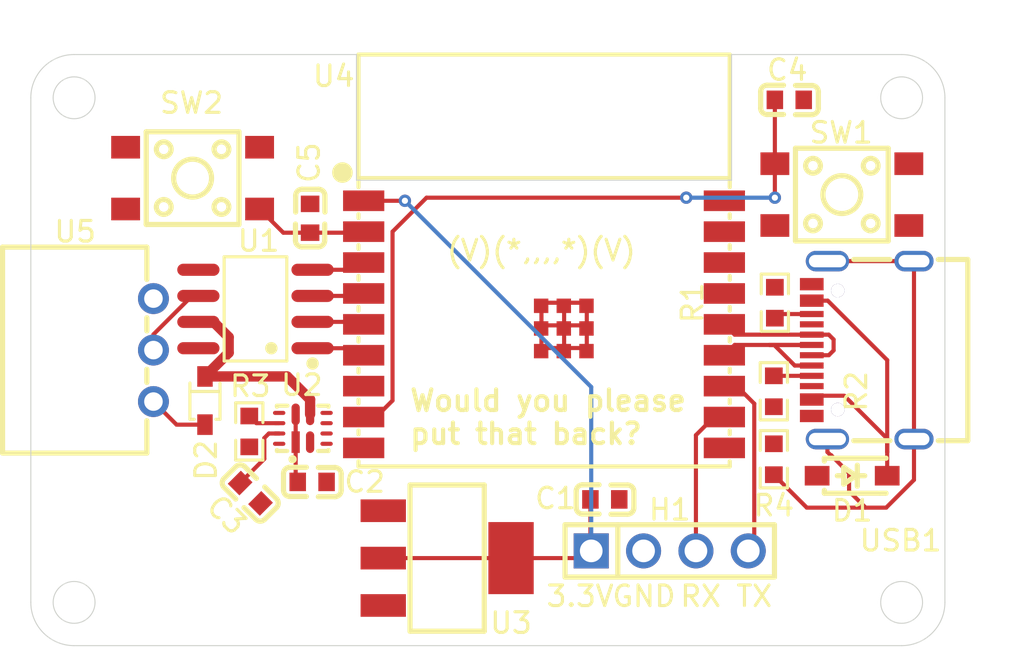
<source format=kicad_pcb>
(kicad_pcb (version 20240108) (generator "pcbnew") (generator_version "8.0")
  (layers (0 "F.Cu" signal) (31 "B.Cu" signal) (34 "B.Paste" user) (35 "F.Paste" user) (36 "B.SilkS" user "B.Silkscreen") (37 "F.SilkS" user "F.Silkscreen") (38 "B.Mask" user) (39 "F.Mask" user) (44 "Edge.Cuts" user))
  (net 0 "")
  (net 1 "+3.3V")
  (net 2 "GND")
  (net 3 "VCC")
  (net 4 "Net-(U2-SS)")
  (net 5 "BOOT")
  (net 6 "ENABLE")
  (net 7 "+5V")
  (net 8 "+5VD")
  (net 9 "U0RXD")
  (net 10 "U0TXD")
  (net 11 "Net-(USB1-CC2)")
  (net 12 "Net-(USB1-CC1)")
  (net 13 "Net-(U2-ILM)")
  (net 14 "GNDD")
  (net 19 "RX_L")
  (net 20 "LIN")
  (net 21 "SLEEP")
  (net 22 "TX_L")
  (net 23 "WAKE")
  (net 24 "+12V")
  (net 28 "USBD-")
  (net 31 "USBD+")
  (net 39 "Net-(D2-A)")
  (footprint "easyeda2kicad:VQFN-HR-12_L2.5-W2.0-P0.50-BL" (layer "F.Cu") (at 208.55 108.8)
    (property "Reference" "U2" (at -0.05 -2.1 0) (layer "F.SilkS"))
    (property "Value" "TPS2121RUXR")
    (fp_line (start -1.26 -1.1) (end -0.75 -1.1) (stroke (width 0.2)) (layer "F.SilkS"))
    (fp_line (start -1.26 -1.05) (end -1.26 -1.1) (stroke (width 0.2)) (layer "F.SilkS"))
    (fp_line (start -1.26 1.1) (end -1.26 1.05) (stroke (width 0.2)) (layer "F.SilkS"))
    (fp_line (start -1.26 1.1) (end -0.76 1.1) (stroke (width 0.2)) (layer "F.SilkS"))
    (fp_line (start 0.74 -1.1) (end 1.24 -1.1) (stroke (width 0.2)) (layer "F.SilkS"))
    (fp_line (start 0.74 1.1) (end 1.24 1.1) (stroke (width 0.2)) (layer "F.SilkS"))
    (fp_line (start 1.24 -1.05) (end 1.24 -1.1) (stroke (width 0.2)) (layer "F.SilkS"))
    (fp_line (start 1.24 1.1) (end 1.24 1.05) (stroke (width 0.2)) (layer "F.SilkS"))
    (fp_circle (center -0.5 1.5) (end -0.4 1.5) (stroke (width 0.2)) (fill none) (layer "F.SilkS"))
    (pad "1" smd rect (at -0.35 0.67 270) (size 1.05 0.4) (layers "F.Cu" "F.Paste" "F.Mask") (net 3 "VCC"))
    (pad "2" smd oval (at 0.35 0.67 270) (size 1.05 0.4) (layers "F.Cu" "F.Paste" "F.Mask") (net 7 "+5V"))
    (pad "3" smd oval (at 1.15 0.75) (size 0.6 0.2) (layers "F.Cu" "F.Paste" "F.Mask") (net 2 "GND"))
    (pad "4" smd oval (at 1.15 0.25) (size 0.6 0.2) (layers "F.Cu" "F.Paste" "F.Mask"))
    (pad "5" smd oval (at 1.15 -0.25) (size 0.6 0.2) (layers "F.Cu" "F.Paste" "F.Mask"))
    (pad "6" smd oval (at 1.15 -0.75) (size 0.6 0.2) (layers "F.Cu" "F.Paste" "F.Mask"))
    (pad "7" smd oval (at 0.35 -0.68 270) (size 1.05 0.4) (layers "F.Cu" "F.Paste" "F.Mask") (net 24 "+12V"))
    (pad "8" smd oval (at -0.35 -0.68 270) (size 1.05 0.4) (layers "F.Cu" "F.Paste" "F.Mask") (net 3 "VCC"))
    (pad "9" smd oval (at -1.15 -0.75) (size 0.6 0.2) (layers "F.Cu" "F.Paste" "F.Mask") (net 2 "GND"))
    (pad "10" smd oval (at -1.15 -0.25) (size 0.6 0.2) (layers "F.Cu" "F.Paste" "F.Mask") (net 13 "Net-(U2-ILM)"))
    (pad "11" smd oval (at -1.15 0.25) (size 0.6 0.2) (layers "F.Cu" "F.Paste" "F.Mask") (net 4 "Net-(U2-SS)"))
    (pad "12" smd oval (at -1.15 0.75) (size 0.6 0.2) (layers "F.Cu" "F.Paste" "F.Mask") (net 2 "GND"))
  )
  (footprint "easyeda2kicad:SOT-223_L6.7-W3.5-P2.30-BR" (layer "F.Cu") (at 215.55 115.1 180)
    (property "Reference" "U3" (at -3.1 -3.15 0) (layer "F.SilkS"))
    (property "Value" "LD1117-3.3")
    (fp_line (start 1.8 3.55) (end 1.8 -3.55) (stroke (width 0.25)) (layer "F.SilkS"))
    (fp_line (start -1.8 3.55) (end 1.8 3.55) (stroke (width 0.25)) (layer "F.SilkS"))
    (fp_line (start -1.8 3.55) (end -1.8 -3.55) (stroke (width 0.25)) (layer "F.SilkS"))
    (fp_line (start -1.8 -3.55) (end 1.8 -3.55) (stroke (width 0.25)) (layer "F.SilkS"))
    (pad "1" smd rect (at 3.1 2.3 270) (size 1.1 2.2) (layers "F.Cu" "F.Paste" "F.Mask") (net 2 "GND"))
    (pad "2" smd rect (at 3.1 0 270) (size 1.1 2.2) (layers "F.Cu" "F.Paste" "F.Mask") (net 1 "+3.3V"))
    (pad "3" smd rect (at 3.1 -2.3 270) (size 1.1 2.2) (layers "F.Cu" "F.Paste" "F.Mask") (net 3 "VCC"))
    (pad "4" smd rect (at -3.1 0 180) (size 2.2 3.5) (layers "F.Cu" "F.Paste" "F.Mask") (net 1 "+3.3V"))
  )
  (footprint "easyeda2kicad:R0603" (layer "F.Cu") (at 231.4 107 -90)
    (property "Reference" "R2" (at 0 -4 90) (layer "F.SilkS"))
    (property "Value" "0603WAF5101T5E")
    (fp_line (start -1.39 0.66) (end -1.39 -0.66) (stroke (width 0.15)) (layer "F.SilkS"))
    (fp_line (start -0.43 0.66) (end -1.39 0.66) (stroke (width 0.15)) (layer "F.SilkS"))
    (fp_line (start 0.43 0.66) (end 1.39 0.66) (stroke (width 0.15)) (layer "F.SilkS"))
    (fp_line (start 1.39 0.66) (end 1.39 -0.66) (stroke (width 0.15)) (layer "F.SilkS"))
    (fp_line (start -1.39 -0.66) (end -0.43 -0.66) (stroke (width 0.15)) (layer "F.SilkS"))
    (fp_line (start 1.39 -0.66) (end 0.43 -0.66) (stroke (width 0.15)) (layer "F.SilkS"))
    (pad "1" smd rect (at -0.75 0 270) (size 0.81 0.86) (layers "F.Cu" "F.Paste" "F.Mask") (net 12 "Net-(USB1-CC1)"))
    (pad "2" smd rect (at 0.75 0 270) (size 0.81 0.86) (layers "F.Cu" "F.Paste" "F.Mask") (net 2 "GND"))
  )
  (footprint "easyeda2kicad:R0603" (layer "F.Cu") (at 205.95 108.95 -90)
    (property "Reference" "R3" (at -2.2 -0.05 0) (layer "F.SilkS"))
    (property "Value" "0603WAF5112T5E")
    (fp_line (start -1.39 0.66) (end -1.39 -0.66) (stroke (width 0.15)) (layer "F.SilkS"))
    (fp_line (start -0.43 0.66) (end -1.39 0.66) (stroke (width 0.15)) (layer "F.SilkS"))
    (fp_line (start 0.43 0.66) (end 1.39 0.66) (stroke (width 0.15)) (layer "F.SilkS"))
    (fp_line (start 1.39 0.66) (end 1.39 -0.66) (stroke (width 0.15)) (layer "F.SilkS"))
    (fp_line (start -1.39 -0.66) (end -0.43 -0.66) (stroke (width 0.15)) (layer "F.SilkS"))
    (fp_line (start 1.39 -0.66) (end 0.43 -0.66) (stroke (width 0.15)) (layer "F.SilkS"))
    (pad "1" smd rect (at -0.75 0 270) (size 0.81 0.86) (layers "F.Cu" "F.Paste" "F.Mask") (net 13 "Net-(U2-ILM)"))
    (pad "2" smd rect (at 0.75 0 270) (size 0.81 0.86) (layers "F.Cu" "F.Paste" "F.Mask") (net 2 "GND"))
  )
  (footprint "easyeda2kicad:SOD-123_L2.7-W1.6-LS3.7-RD-1" (layer "F.Cu") (at 235.2 111.1 180)
    (property "Reference" "D1" (at 0 -1.7 0) (layer "F.SilkS"))
    (property "Value" "1N5819HW_C5439970")
    (fp_line (start 1.35 0.85) (end -1.35 0.85) (stroke (width 0.25)) (layer "F.SilkS"))
    (fp_line (start 1.35 0.71) (end 1.35 0.85) (stroke (width 0.25)) (layer "F.SilkS"))
    (fp_line (start 1.35 -0.85) (end 1.35 -0.71) (stroke (width 0.25)) (layer "F.SilkS"))
    (fp_line (start 0.41 0.41) (end -0.18 0) (stroke (width 0.25)) (layer "F.SilkS"))
    (fp_line (start 0.41 0) (end 0.72 0) (stroke (width 0.25)) (layer "F.SilkS"))
    (fp_line (start 0.41 -0.41) (end 0.41 0.41) (stroke (width 0.25)) (layer "F.SilkS"))
    (fp_line (start -0.18 0) (end 0.41 -0.41) (stroke (width 0.25)) (layer "F.SilkS"))
    (fp_line (start -0.25 -0.51) (end -0.25 0.51) (stroke (width 0.25)) (layer "F.SilkS"))
    (fp_line (start -0.28 0) (end -0.61 0) (stroke (width 0.25)) (layer "F.SilkS"))
    (fp_line (start -1.35 0.85) (end -1.64 0.85) (stroke (width 0.25)) (layer "F.SilkS"))
    (fp_line (start -1.35 -0.85) (end 1.35 -0.85) (stroke (width 0.25)) (layer "F.SilkS"))
    (fp_line (start -1.35 -0.85) (end -1.64 -0.85) (stroke (width 0.25)) (layer "F.SilkS"))
    (fp_line (start -1.64 0.85) (end -1.64 0.85) (stroke (width 0.25)) (layer "F.SilkS"))
    (fp_line (start -1.64 -0.85) (end -1.64 -0.85) (stroke (width 0.25)) (layer "F.SilkS"))
    (pad "1" smd rect (at -1.7 0 180) (size 1.2 0.95) (layers "F.Cu" "F.Paste" "F.Mask") (net 8 "+5VD"))
    (pad "2" smd rect (at 1.7 0 180) (size 1.2 0.95) (layers "F.Cu" "F.Paste" "F.Mask") (net 7 "+5V"))
  )
  (footprint "easyeda2kicad:SW-SMD_4P-L4.5-W4.5-P3.00-LS6.8" (layer "F.Cu") (at 234.7 97.45 180)
    (property "Reference" "SW1" (at 0.035355 3.005204 0) (layer "F.SilkS"))
    (property "Value" "TSC015A03526A")
    (fp_line (start 2.25 2.25) (end -2.25 2.25) (stroke (width 0.25)) (layer "F.SilkS"))
    (fp_line (start 2.25 -2.25) (end 2.25 2.25) (stroke (width 0.25)) (layer "F.SilkS"))
    (fp_line (start -2.25 2.25) (end -2.25 -2.25) (stroke (width 0.25)) (layer "F.SilkS"))
    (fp_line (start -2.25 -2.25) (end 2.25 -2.25) (stroke (width 0.25)) (layer "F.SilkS"))
    (fp_circle (center 1.4 1.4) (end 1.759999 1.4) (stroke (width 0.25)) (fill none) (layer "F.SilkS"))
    (fp_circle (center 1.4 -1.4) (end 1.759999 -1.4) (stroke (width 0.25)) (fill none) (layer "F.SilkS"))
    (fp_circle (center 0 0) (end 0.92 0) (stroke (width 0.25)) (fill none) (layer "F.SilkS"))
    (fp_circle (center -1.4 1.4) (end -1.040001 1.4) (stroke (width 0.25)) (fill none) (layer "F.SilkS"))
    (fp_circle (center -1.4 -1.4) (end -1.040001 -1.4) (stroke (width 0.25)) (fill none) (layer "F.SilkS"))
    (pad "1" smd rect (at -3.25 -1.5 180) (size 1.4 1.1) (layers "F.Cu" "F.Paste" "F.Mask") (net 2 "GND"))
    (pad "2" smd rect (at 3.25 -1.5 180) (size 1.4 1.1) (layers "F.Cu" "F.Paste" "F.Mask"))
    (pad "3" smd rect (at -3.25 1.5 180) (size 1.4 1.1) (layers "F.Cu" "F.Paste" "F.Mask"))
    (pad "4" smd rect (at 3.25 1.5 180) (size 1.4 1.1) (layers "F.Cu" "F.Paste" "F.Mask") (net 5 "BOOT"))
  )
  (footprint "easyeda2kicad:C0603" (layer "F.Cu") (at 208.9 98.6 -90)
    (property "Reference" "C5" (at -2.7 0.05 90) (layer "F.SilkS"))
    (property "Value" "CL10B104KB8NNNC")
    (fp_line (start 0.28 0.71) (end 1.08 0.71) (stroke (width 0.25)) (layer "F.SilkS"))
    (fp_line (start -0.3 0.7) (end -1.1 0.7) (stroke (width 0.25)) (layer "F.SilkS"))
    (fp_line (start 1.39 -0.4) (end 1.39 0.4) (stroke (width 0.25)) (layer "F.SilkS"))
    (fp_line (start -1.41 -0.41) (end -1.41 0.39) (stroke (width 0.25)) (layer "F.SilkS"))
    (fp_line (start 0.28 -0.71) (end 1.08 -0.71) (stroke (width 0.25)) (layer "F.SilkS"))
    (fp_line (start -0.3 -0.72) (end -1.1 -0.72) (stroke (width 0.25)) (layer "F.SilkS"))
    (fp_arc (start -1.1 0.7) (mid -1.319203 0.609203) (end -1.41 0.39) (stroke (width 0.25)) (layer "F.SilkS"))
    (fp_arc (start 1.39 0.4) (mid 1.299203 0.619203) (end 1.08 0.71) (stroke (width 0.25)) (layer "F.SilkS"))
    (fp_arc (start -1.41 -0.41) (mid -1.319203 -0.629203) (end -1.1 -0.72) (stroke (width 0.25)) (layer "F.SilkS"))
    (fp_arc (start 1.08 -0.71) (mid 1.299203 -0.619203) (end 1.39 -0.4) (stroke (width 0.25)) (layer "F.SilkS"))
    (pad "1" smd rect (at -0.7 0 270) (size 0.8 0.9) (layers "F.Cu" "F.Paste" "F.Mask") (net 2 "GND"))
    (pad "2" smd rect (at 0.7 0 270) (size 0.8 0.9) (layers "F.Cu" "F.Paste" "F.Mask") (net 6 "ENABLE"))
  )
  (footprint "easyeda2kicad:C0603" (layer "F.Cu") (at 206 111.95 -45)
    (property "Reference" "C3" (at -0.070711 1.555635 135) (layer "F.SilkS"))
    (property "Value" "CL10B103KB8NNNC")
    (fp_line (start -1.41 -0.41) (end -1.41 0.39) (stroke (width 0.25)) (layer "F.SilkS"))
    (fp_line (start -0.3 0.7) (end -1.1 0.7) (stroke (width 0.25)) (layer "F.SilkS"))
    (fp_line (start 0.28 0.71) (end 1.08 0.71) (stroke (width 0.25)) (layer "F.SilkS"))
    (fp_line (start -0.3 -0.72) (end -1.1 -0.719999) (stroke (width 0.25)) (layer "F.SilkS"))
    (fp_line (start 0.28 -0.71) (end 1.08 -0.71) (stroke (width 0.25)) (layer "F.SilkS"))
    (fp_line (start 1.39 -0.4) (end 1.39 0.4) (stroke (width 0.25)) (layer "F.SilkS"))
    (fp_arc (start -1.1 0.7) (mid -1.319203 0.609203) (end -1.41 0.39) (stroke (width 0.25)) (layer "F.SilkS"))
    (fp_arc (start -1.41 -0.41) (mid -1.319203 -0.629203) (end -1.1 -0.719999) (stroke (width 0.25)) (layer "F.SilkS"))
    (fp_arc (start 1.39 0.4) (mid 1.299203 0.619203) (end 1.08 0.71) (stroke (width 0.25)) (layer "F.SilkS"))
    (fp_arc (start 1.08 -0.71) (mid 1.299203 -0.619203) (end 1.39 -0.4) (stroke (width 0.25)) (layer "F.SilkS"))
    (pad "1" smd rect (at -0.7 0 315) (size 0.8 0.9) (layers "F.Cu" "F.Paste" "F.Mask") (net 4 "Net-(U2-SS)"))
    (pad "2" smd rect (at 0.7 0 315) (size 0.8 0.9) (layers "F.Cu" "F.Paste" "F.Mask") (net 2 "GND"))
  )
  (footprint "easyeda2kicad:R0603" (layer "F.Cu") (at 231.4 110.3 90)
    (property "Reference" "R4" (at -2.25 0 0) (layer "F.SilkS"))
    (property "Value" "0603WAF0000T5E")
    (fp_line (start 1.39 -0.66) (end 0.43 -0.66) (stroke (width 0.15)) (layer "F.SilkS"))
    (fp_line (start -1.39 -0.66) (end -0.43 -0.66) (stroke (width 0.15)) (layer "F.SilkS"))
    (fp_line (start 1.39 0.66) (end 1.39 -0.66) (stroke (width 0.15)) (layer "F.SilkS"))
    (fp_line (start 0.43 0.66) (end 1.39 0.66) (stroke (width 0.15)) (layer "F.SilkS"))
    (fp_line (start -0.43 0.66) (end -1.39 0.66) (stroke (width 0.15)) (layer "F.SilkS"))
    (fp_line (start -1.39 0.66) (end -1.39 -0.66) (stroke (width 0.15)) (layer "F.SilkS"))
    (pad "1" smd rect (at -0.75 0 90) (size 0.81 0.86) (layers "F.Cu" "F.Paste" "F.Mask") (net 14 "GNDD"))
    (pad "2" smd rect (at 0.75 0 90) (size 0.81 0.86) (layers "F.Cu" "F.Paste" "F.Mask") (net 2 "GND"))
  )
  (footprint "easyeda2kicad:HDR-TH_4P-P2.54-V-M" (layer "F.Cu") (at 226.35 114.75)
    (property "Reference" "H1" (at 0 -2 0) (layer "F.SilkS"))
    (property "Value" "X6511WV-04H-C30D60")
    (fp_line (start -5.08 -1.27) (end -2.52 -1.27) (stroke (width 0.25)) (layer "F.SilkS"))
    (fp_line (start -5.08 1.27) (end -5.08 -1.27) (stroke (width 0.25)) (layer "F.SilkS"))
    (fp_line (start -2.52 -1.27) (end -2.52 1.27) (stroke (width 0.25)) (layer "F.SilkS"))
    (fp_line (start -2.52 -1.27) (end 5.08 -1.27) (stroke (width 0.25)) (layer "F.SilkS"))
    (fp_line (start 5.08 -1.27) (end 5.08 1.27) (stroke (width 0.25)) (layer "F.SilkS"))
    (fp_line (start 5.08 1.27) (end -5.08 1.27) (stroke (width 0.25)) (layer "F.SilkS"))
    (pad "1" thru_hole rect (at -3.81 0) (size 1.7 1.7) (drill 1.100023) (layers "*.Cu" "*.Mask") (net 1 "+3.3V"))
    (pad "2" thru_hole circle (at -1.27 0) (size 1.7 1.7) (drill 1.100023) (layers "*.Cu" "*.Mask") (net 2 "GND"))
    (pad "3" thru_hole circle (at 1.27 0) (size 1.7 1.7) (drill 1.100023) (layers "*.Cu" "*.Mask") (net 9 "U0RXD"))
    (pad "4" thru_hole circle (at 3.81 0) (size 1.7 1.7) (drill 1.100023) (layers "*.Cu" "*.Mask") (net 10 "U0TXD"))
  )
  (footprint "easyeda2kicad:SOIC-8_L4.9-W3.9-P1.27-LS6.0-BL" (layer "F.Cu") (at 206.25 103 90)
    (property "Reference" "U1" (at 3.3 0.15 180) (layer "F.SilkS"))
    (property "Value" "TJA1021T/20/CM,118")
    (fp_line (start 2.53 -1.52) (end 2.53 1.52) (stroke (width 0.15)) (layer "F.SilkS"))
    (fp_line (start -2.53 -1.52) (end 2.53 -1.52) (stroke (width 0.15)) (layer "F.SilkS"))
    (fp_line (start 2.53 1.52) (end -2.53 1.52) (stroke (width 0.15)) (layer "F.SilkS"))
    (fp_line (start -2.53 1.52) (end -2.53 -1.52) (stroke (width 0.15)) (layer "F.SilkS"))
    (fp_circle (center -1.91 0.77) (end -1.76 0.77) (stroke (width 0.3)) (fill none) (layer "F.SilkS"))
    (fp_circle (center -2.65 2.77) (end -2.5 2.77) (stroke (width 0.3)) (fill none) (layer "F.SilkS"))
    (pad "1" smd oval (at -1.91 2.77 90) (size 0.59 2.05) (layers "F.Cu" "F.Paste" "F.Mask") (net 19 "RX_L"))
    (pad "2" smd oval (at -0.63 2.77 90) (size 0.59 2.05) (layers "F.Cu" "F.Paste" "F.Mask") (net 21 "SLEEP"))
    (pad "3" smd oval (at 0.63 2.77 90) (size 0.59 2.05) (layers "F.Cu" "F.Paste" "F.Mask") (net 23 "WAKE"))
    (pad "4" smd oval (at 1.9 2.77 90) (size 0.59 2.05) (layers "F.Cu" "F.Paste" "F.Mask") (net 22 "TX_L"))
    (pad "5" smd oval (at 1.9 -2.77 90) (size 0.59 2.05) (layers "F.Cu" "F.Paste" "F.Mask") (net 2 "GND"))
    (pad "6" smd oval (at 0.63 -2.77 90) (size 0.59 2.05) (layers "F.Cu" "F.Paste" "F.Mask") (net 20 "LIN"))
    (pad "7" smd oval (at -0.63 -2.77 90) (size 0.59 2.05) (layers "F.Cu" "F.Paste" "F.Mask") (net 24 "+12V"))
    (pad "8" smd oval (at -1.91 -2.77 90) (size 0.59 2.05) (layers "F.Cu" "F.Paste" "F.Mask"))
  )
  (footprint "easyeda2kicad:C0603" (layer "F.Cu") (at 223.2 112.25 180)
    (property "Reference" "C1" (at 2.4 0.05 0) (layer "F.SilkS"))
    (property "Value" "CL10A106MP8NNNC")
    (fp_line (start 1.39 -0.4) (end 1.39 0.4) (stroke (width 0.25)) (layer "F.SilkS"))
    (fp_line (start 0.28 0.71) (end 1.08 0.71) (stroke (width 0.25)) (layer "F.SilkS"))
    (fp_line (start 0.28 -0.71) (end 1.08 -0.71) (stroke (width 0.25)) (layer "F.SilkS"))
    (fp_line (start -0.3 0.7) (end -1.1 0.7) (stroke (width 0.25)) (layer "F.SilkS"))
    (fp_line (start -0.3 -0.72) (end -1.1 -0.72) (stroke (width 0.25)) (layer "F.SilkS"))
    (fp_line (start -1.41 -0.41) (end -1.41 0.39) (stroke (width 0.25)) (layer "F.SilkS"))
    (fp_arc (start 1.39 0.4) (mid 1.299203 0.619203) (end 1.08 0.71) (stroke (width 0.25)) (layer "F.SilkS"))
    (fp_arc (start 1.08 -0.71) (mid 1.299203 -0.619203) (end 1.39 -0.4) (stroke (width 0.25)) (layer "F.SilkS"))
    (fp_arc (start -1.1 0.7) (mid -1.319203 0.609203) (end -1.41 0.39) (stroke (width 0.25)) (layer "F.SilkS"))
    (fp_arc (start -1.41 -0.41) (mid -1.319203 -0.629203) (end -1.1 -0.72) (stroke (width 0.25)) (layer "F.SilkS"))
    (pad "1" smd rect (at -0.7 0 180) (size 0.8 0.9) (layers "F.Cu" "F.Paste" "F.Mask") (net 2 "GND"))
    (pad "2" smd rect (at 0.7 0 180) (size 0.8 0.9) (layers "F.Cu" "F.Paste" "F.Mask") (net 1 "+3.3V"))
  )
  (footprint "easyeda2kicad:C0603" (layer "F.Cu") (at 232.15 92.85 180)
    (property "Reference" "C4" (at 0.1 1.45 180) (layer "F.SilkS"))
    (property "Value" "CL10B104KB8NNNC")
    (fp_line (start 1.39 -0.4) (end 1.39 0.4) (stroke (width 0.25)) (layer "F.SilkS"))
    (fp_line (start 0.28 0.71) (end 1.08 0.71) (stroke (width 0.25)) (layer "F.SilkS"))
    (fp_line (start 0.28 -0.71) (end 1.08 -0.71) (stroke (width 0.25)) (layer "F.SilkS"))
    (fp_line (start -0.3 0.7) (end -1.1 0.7) (stroke (width 0.25)) (layer "F.SilkS"))
    (fp_line (start -0.3 -0.72) (end -1.1 -0.719999) (stroke (width 0.25)) (layer "F.SilkS"))
    (fp_line (start -1.41 -0.41) (end -1.41 0.39) (stroke (width 0.25)) (layer "F.SilkS"))
    (fp_arc (start 1.39 0.4) (mid 1.299203 0.619203) (end 1.08 0.71) (stroke (width 0.25)) (layer "F.SilkS"))
    (fp_arc (start 1.08 -0.71) (mid 1.299203 -0.619203) (end 1.39 -0.4) (stroke (width 0.25)) (layer "F.SilkS"))
    (fp_arc (start -1.1 0.7) (mid -1.319203 0.609203) (end -1.41 0.39) (stroke (width 0.25)) (layer "F.SilkS"))
    (fp_arc (start -1.41 -0.41) (mid -1.319203 -0.629203) (end -1.1 -0.719999) (stroke (width 0.25)) (layer "F.SilkS"))
    (pad "1" smd rect (at -0.7 0 180) (size 0.8 0.9) (layers "F.Cu" "F.Paste" "F.Mask") (net 2 "GND"))
    (pad "2" smd rect (at 0.7 0 180) (size 0.8 0.9) (layers "F.Cu" "F.Paste" "F.Mask") (net 5 "BOOT"))
  )
  (footprint "easyeda2kicad:SOD-323_L1.8-W1.3-LS2.5-RD" (layer "F.Cu") (at 203.8 107.45 -90)
    (property "Reference" "D2" (at 2.9 -0.05 90) (layer "F.SilkS"))
    (property "Value" "1N4148WS T4")
    (fp_line (start -0.85 0.73) (end 0.91 0.73) (stroke (width 0.15)) (layer "F.SilkS"))
    (fp_line (start 0.91 0.73) (end 0.91 0.52) (stroke (width 0.15)) (layer "F.SilkS"))
    (fp_line (start -0.85 -0.73) (end 0.91 -0.73) (stroke (width 0.15)) (layer "F.SilkS"))
    (fp_line (start -0.44 -0.73) (end -0.44 0.73) (stroke (width 0.15)) (layer "F.SilkS"))
    (fp_line (start 0.91 -0.73) (end 0.91 -0.53) (stroke (width 0.15)) (layer "F.SilkS"))
    (pad "1" smd rect (at -1.17 0 270) (size 1 0.75) (layers "F.Cu" "F.Paste" "F.Mask") (net 24 "+12V"))
    (pad "2" smd rect (at 1.17 0 270) (size 1 0.75) (layers "F.Cu" "F.Paste" "F.Mask") (net 39 "Net-(D2-A)"))
  )
  (footprint "easyeda2kicad:C0603" (layer "F.Cu") (at 209 111.4 180)
    (property "Reference" "C2" (at -2.55 0 0) (layer "F.SilkS"))
    (property "Value" "CL10A106MP8NNNC")
    (fp_line (start 1.39 -0.4) (end 1.39 0.4) (stroke (width 0.25)) (layer "F.SilkS"))
    (fp_line (start 0.28 0.71) (end 1.08 0.71) (stroke (width 0.25)) (layer "F.SilkS"))
    (fp_line (start 0.28 -0.71) (end 1.08 -0.71) (stroke (width 0.25)) (layer "F.SilkS"))
    (fp_line (start -0.3 0.7) (end -1.1 0.7) (stroke (width 0.25)) (layer "F.SilkS"))
    (fp_line (start -0.3 -0.72) (end -1.1 -0.72) (stroke (width 0.25)) (layer "F.SilkS"))
    (fp_line (start -1.41 -0.41) (end -1.41 0.39) (stroke (width 0.25)) (layer "F.SilkS"))
    (fp_arc (start 1.39 0.4) (mid 1.299203 0.619203) (end 1.08 0.71) (stroke (width 0.25)) (layer "F.SilkS"))
    (fp_arc (start 1.08 -0.71) (mid 1.299203 -0.619203) (end 1.39 -0.4) (stroke (width 0.25)) (layer "F.SilkS"))
    (fp_arc (start -1.1 0.7) (mid -1.319203 0.609203) (end -1.41 0.39) (stroke (width 0.25)) (layer "F.SilkS"))
    (fp_arc (start -1.41 -0.41) (mid -1.319203 -0.629203) (end -1.1 -0.72) (stroke (width 0.25)) (layer "F.SilkS"))
    (pad "1" smd rect (at -0.7 0 180) (size 0.8 0.9) (layers "F.Cu" "F.Paste" "F.Mask") (net 2 "GND"))
    (pad "2" smd rect (at 0.7 0 180) (size 0.8 0.9) (layers "F.Cu" "F.Paste" "F.Mask") (net 3 "VCC"))
  )
  (footprint "easyeda2kicad:R0603" (layer "F.Cu") (at 231.45 102.7 90)
    (property "Reference" "R1" (at 0 -4 90) (layer "F.SilkS"))
    (property "Value" "0603WAF5101T5E")
    (fp_line (start 1.39 -0.66) (end 0.43 -0.66) (stroke (width 0.15)) (layer "F.SilkS"))
    (fp_line (start -1.39 -0.66) (end -0.43 -0.66) (stroke (width 0.15)) (layer "F.SilkS"))
    (fp_line (start 1.39 0.66) (end 1.39 -0.66) (stroke (width 0.15)) (layer "F.SilkS"))
    (fp_line (start 0.43 0.66) (end 1.39 0.66) (stroke (width 0.15)) (layer "F.SilkS"))
    (fp_line (start -0.43 0.66) (end -1.39 0.66) (stroke (width 0.15)) (layer "F.SilkS"))
    (fp_line (start -1.39 0.66) (end -1.39 -0.66) (stroke (width 0.15)) (layer "F.SilkS"))
    (pad "1" smd rect (at -0.75 0 90) (size 0.81 0.86) (layers "F.Cu" "F.Paste" "F.Mask") (net 11 "Net-(USB1-CC2)"))
    (pad "2" smd rect (at 0.75 0 90) (size 0.81 0.86) (layers "F.Cu" "F.Paste" "F.Mask") (net 2 "GND"))
  )
  (footprint "easyeda2kicad:BULETM-SMD_ESPRESSIF_ESP32-C3-WROOM-02-N4-4MB" (layer "F.Cu") (at 220.25 103.75)
    (property "Reference" "U4" (at -10.2 -12.05 0) (layer "F.SilkS"))
    (property "Value" "ESP32-C3-WROOM-02-N4(4MB)")
    (fp_line (start -9 -13.1) (end -9 -6.66) (stroke (width 0.2)) (layer "F.SilkS"))
    (fp_line (start -9 -7.1) (end 9.01 -7.1) (stroke (width 0.2)) (layer "F.SilkS"))
    (fp_line (start -9 -5.35) (end -9 -5.16) (stroke (width 0.2)) (layer "F.SilkS"))
    (fp_line (start -9 -3.85) (end -9 -3.66) (stroke (width 0.2)) (layer "F.SilkS"))
    (fp_line (start -9 -2.35) (end -9 -2.16) (stroke (width 0.2)) (layer "F.SilkS"))
    (fp_line (start -9 -0.85) (end -9 -0.66) (stroke (width 0.2)) (layer "F.SilkS"))
    (fp_line (start -9 0.65) (end -9 0.84) (stroke (width 0.2)) (layer "F.SilkS"))
    (fp_line (start -9 2.15) (end -9 2.34) (stroke (width 0.2)) (layer "F.SilkS"))
    (fp_line (start -9 3.65) (end -9 3.84) (stroke (width 0.2)) (layer "F.SilkS"))
    (fp_line (start -9 5.15) (end -9 5.34) (stroke (width 0.2)) (layer "F.SilkS"))
    (fp_line (start -9 6.65) (end -9 6.9) (stroke (width 0.2)) (layer "F.SilkS"))
    (fp_line (start -9 6.9) (end 9.01 6.9) (stroke (width 0.2)) (layer "F.SilkS"))
    (fp_line (start 9.01 -13.1) (end -9 -13.1) (stroke (width 0.2)) (layer "F.SilkS"))
    (fp_line (start 9.01 -6.66) (end 9.01 -13.1) (stroke (width 0.2)) (layer "F.SilkS"))
    (fp_line (start 9.01 -5.16) (end 9.01 -5.35) (stroke (width 0.2)) (layer "F.SilkS"))
    (fp_line (start 9.01 -3.66) (end 9.01 -3.85) (stroke (width 0.2)) (layer "F.SilkS"))
    (fp_line (start 9.01 -2.16) (end 9.01 -2.35) (stroke (width 0.2)) (layer "F.SilkS"))
    (fp_line (start 9.01 -0.66) (end 9.01 -0.85) (stroke (width 0.2)) (layer "F.SilkS"))
    (fp_line (start 9.01 0.84) (end 9.01 0.65) (stroke (width 0.2)) (layer "F.SilkS"))
    (fp_line (start 9.01 2.34) (end 9.01 2.15) (stroke (width 0.2)) (layer "F.SilkS"))
    (fp_line (start 9.01 3.84) (end 9.01 3.65) (stroke (width 0.2)) (layer "F.SilkS"))
    (fp_line (start 9.01 5.34) (end 9.01 5.15) (stroke (width 0.2)) (layer "F.SilkS"))
    (fp_line (start 9.01 6.9) (end 9.01 6.65) (stroke (width 0.2)) (layer "F.SilkS"))
    (fp_circle (center -9.78 -7.37) (end -9.53 -7.37) (stroke (width 0.5)) (fill none) (layer "F.SilkS"))
    (pad "1" smd rect (at -8.75 -6) (size 2 1) (layers "F.Cu" "F.Paste" "F.Mask") (net 1 "+3.3V"))
    (pad "2" smd rect (at -8.75 -4.5) (size 2 1) (layers "F.Cu" "F.Paste" "F.Mask") (net 6 "ENABLE"))
    (pad "3" smd rect (at -8.75 -3) (size 2 1) (layers "F.Cu" "F.Paste" "F.Mask") (net 22 "TX_L"))
    (pad "4" smd rect (at -8.75 -1.5) (size 2 1) (layers "F.Cu" "F.Paste" "F.Mask") (net 23 "WAKE"))
    (pad "5" smd rect (at -8.75 0) (size 2 1) (layers "F.Cu" "F.Paste" "F.Mask") (net 21 "SLEEP"))
    (pad "6" smd rect (at -8.75 1.5) (size 2 1) (layers "F.Cu" "F.Paste" "F.Mask") (net 19 "RX_L"))
    (pad "7" smd rect (at -8.75 3) (size 2 1) (layers "F.Cu" "F.Paste" "F.Mask"))
    (pad "8" smd rect (at -8.75 4.5) (size 2 1) (layers "F.Cu" "F.Paste" "F.Mask") (net 5 "BOOT"))
    (pad "9" smd rect (at -8.75 6) (size 2 1) (layers "F.Cu" "F.Paste" "F.Mask") (net 2 "GND"))
    (pad "10" smd rect (at 8.75 6) (size 2 1) (layers "F.Cu" "F.Paste" "F.Mask"))
    (pad "11" smd rect (at 8.75 4.5) (size 2 1) (layers "F.Cu" "F.Paste" "F.Mask") (net 9 "U0RXD"))
    (pad "12" smd rect (at 8.75 3) (size 2 1) (layers "F.Cu" "F.Paste" "F.Mask") (net 10 "U0TXD"))
    (pad "13" smd rect (at 8.75 1.5) (size 2 1) (layers "F.Cu" "F.Paste" "F.Mask") (net 28 "USBD-"))
    (pad "14" smd rect (at 8.75 0) (size 2 1) (layers "F.Cu" "F.Paste" "F.Mask") (net 31 "USBD+"))
    (pad "15" smd rect (at 8.75 -1.5) (size 2 1) (layers "F.Cu" "F.Paste" "F.Mask"))
    (pad "16" smd rect (at 8.75 -3) (size 2 1) (layers "F.Cu" "F.Paste" "F.Mask"))
    (pad "17" smd rect (at 8.75 -4.5) (size 2 1) (layers "F.Cu" "F.Paste" "F.Mask"))
    (pad "18" smd rect (at 8.75 -6) (size 2 1) (layers "F.Cu" "F.Paste" "F.Mask"))
    (pad "19" smd rect (at -0.14 -0.9) (size 0.7 0.7) (layers "F.Cu" "F.Paste" "F.Mask") (net 2 "GND"))
    (pad "19" smd rect (at -0.14 0.2) (size 0.7 0.7) (layers "F.Cu" "F.Paste" "F.Mask") (net 2 "GND"))
    (pad "19" smd rect (at -0.14 1.3) (size 0.7 0.7) (layers "F.Cu" "F.Paste" "F.Mask") (net 2 "GND"))
    (pad "19" smd rect (at 0.96 -0.9) (size 0.7 0.7) (layers "F.Cu" "F.Paste" "F.Mask") (net 2 "GND"))
    (pad "19" smd rect (at 0.96 0.2) (size 0.7 0.7) (layers "F.Cu" "F.Paste" "F.Mask") (net 2 "GND"))
    (pad "19" smd rect (at 0.96 1.3) (size 0.7 0.7) (layers "F.Cu" "F.Paste" "F.Mask") (net 2 "GND"))
    (pad "19" smd rect (at 2.06 -0.9) (size 0.7 0.7) (layers "F.Cu" "F.Paste" "F.Mask") (net 2 "GND"))
    (pad "19" smd rect (at 2.06 0.2) (size 0.7 0.7) (layers "F.Cu" "F.Paste" "F.Mask") (net 2 "GND"))
    (pad "19" smd rect (at 2.06 1.3) (size 0.7 0.7) (layers "F.Cu" "F.Paste" "F.Mask") (net 2 "GND"))
  )
  (footprint "easyeda2kicad:HDR-TH_3P-P2.50_ZX-XH2.54-3PWZ" (layer "F.Cu") (at 201.3 105 -90)
    (property "Reference" "U5" (at -5.75 3.7975 180) (layer "F.SilkS"))
    (property "Value" "ZX-XH2.54-3PWZ")
    (fp_line (start -5 7.32) (end 5 7.32) (stroke (width 0.25)) (layer "F.SilkS"))
    (fp_line (start 5 7.32) (end 5 0.32) (stroke (width 0.25)) (layer "F.SilkS"))
    (fp_line (start -5 0.32) (end -5 7.32) (stroke (width 0.25)) (layer "F.SilkS"))
    (fp_line (start -3.43 0.32) (end -5 0.32) (stroke (width 0.25)) (layer "F.SilkS"))
    (fp_line (start -0.93 0.32) (end -1.57 0.32) (stroke (width 0.25)) (layer "F.SilkS"))
    (fp_line (start 1.57 0.32) (end 0.93 0.32) (stroke (width 0.25)) (layer "F.SilkS"))
    (fp_line (start 5 0.32) (end 3.43 0.32) (stroke (width 0.25)) (layer "F.SilkS"))
    (pad "1" thru_hole circle (at -2.5 0 270) (size 1.5 1.5) (drill 0.900024) (layers "*.Cu" "*.Mask") (net 2 "GND"))
    (pad "2" thru_hole circle (at 0 0 270) (size 1.5 1.5) (drill 0.900024) (layers "*.Cu" "*.Mask") (net 20 "LIN"))
    (pad "3" thru_hole circle (at 2.5 0 270) (size 1.5 1.5) (drill 0.900024) (layers "*.Cu" "*.Mask") (net 39 "Net-(D2-A)"))
  )
  (footprint "easyeda2kicad:USB-C-SMD_TYPEC-304J-BCP16" (layer "F.Cu") (at 235.72 105 90)
    (property "Reference" "USB1" (at -9.25 1.83 180) (layer "F.SilkS"))
    (property "Value" "TYPEC-304J-BCP16")
    (fp_line (start 4.4 1.31) (end 4.4 -0.44) (stroke (width 0.25)) (layer "F.SilkS"))
    (fp_line (start -4.4 1.31) (end -4.4 -0.44) (stroke (width 0.25)) (layer "F.SilkS"))
    (fp_line (start 4.4 5.09) (end 4.4 3.66) (stroke (width 0.25)) (layer "F.SilkS"))
    (fp_line (start -4.4 5.09) (end -4.4 3.66) (stroke (width 0.25)) (layer "F.SilkS"))
    (fp_line (start -4.4 5.09) (end 4.4 5.09) (stroke (width 0.25)) (layer "F.SilkS"))
    (pad "" thru_hole circle (at -2.89 -1.22 90) (size 0.65 0.65) (drill 0.65) (layers "*.Cu" "*.Mask"))
    (pad "" thru_hole circle (at 2.89 -1.22 90) (size 0.65 0.65) (drill 0.65) (layers "*.Cu" "*.Mask"))
    (pad "13" thru_hole oval (at -4.32 -1.72 90) (size 1 2.1) (drill oval 0.599999 1.799996) (layers "*.Cu" "*.Mask") (net 14 "GNDD"))
    (pad "14" thru_hole oval (at 4.32 -1.72 90) (size 1 2.1) (drill oval 0.599999 1.799996) (layers "*.Cu" "*.Mask") (net 14 "GNDD"))
    (pad "15" thru_hole oval (at -4.32 2.48 90) (size 1 1.9) (drill oval 0.599999 1.500022) (layers "*.Cu" "*.Mask") (net 14 "GNDD"))
    (pad "16" thru_hole oval (at 4.32 2.48 90) (size 1 1.9) (drill oval 0.599999 1.500022) (layers "*.Cu" "*.Mask") (net 14 "GNDD"))
    (pad "A1B12" smd rect (at -3.2 -2.48 90) (size 0.6 1.15) (layers "F.Cu" "F.Paste" "F.Mask") (net 2 "GND"))
    (pad "A4B9" smd rect (at -2.4 -2.48 90) (size 0.6 1.15) (layers "F.Cu" "F.Paste" "F.Mask") (net 8 "+5VD"))
    (pad "A5" smd rect (at -1.25 -2.48 90) (size 0.3 1.15) (layers "F.Cu" "F.Paste" "F.Mask") (net 12 "Net-(USB1-CC1)"))
    (pad "A6" smd rect (at -0.25 -2.48 90) (size 0.3 1.15) (layers "F.Cu" "F.Paste" "F.Mask") (net 31 "USBD+"))
    (pad "A7" smd rect (at 0.25 -2.48 90) (size 0.3 1.15) (layers "F.Cu" "F.Paste" "F.Mask") (net 28 "USBD-"))
    (pad "A8" smd rect (at 1.25 -2.48 90) (size 0.3 1.15) (layers "F.Cu" "F.Paste" "F.Mask"))
    (pad "B1A12" smd rect (at 3.2 -2.48 90) (size 0.6 1.15) (layers "F.Cu" "F.Paste" "F.Mask") (net 2 "GND"))
    (pad "B4A9" smd rect (at 2.4 -2.48 90) (size 0.6 1.15) (layers "F.Cu" "F.Paste" "F.Mask") (net 8 "+5VD"))
    (pad "B5" smd rect (at 1.75 -2.48 90) (size 0.3 1.15) (layers "F.Cu" "F.Paste" "F.Mask") (net 11 "Net-(USB1-CC2)"))
    (pad "B6" smd rect (at 0.75 -2.48 90) (size 0.3 1.15) (layers "F.Cu" "F.Paste" "F.Mask") (net 31 "USBD+"))
    (pad "B7" smd rect (at -0.75 -2.48 90) (size 0.3 1.15) (layers "F.Cu" "F.Paste" "F.Mask") (net 28 "USBD-"))
    (pad "B8" smd rect (at -1.75 -2.48 90) (size 0.3 1.15) (layers "F.Cu" "F.Paste" "F.Mask"))
  )
  (footprint "easyeda2kicad:SW-SMD_4P-L4.5-W4.5-P3.00-LS6.8" (layer "F.Cu") (at 203.2 96.65)
    (property "Reference" "SW2" (at -0.05 -3.65 0) (layer "F.SilkS"))
    (property "Value" "TSC015A03526A")
    (fp_line (start -2.25 -2.25) (end 2.25 -2.25) (stroke (width 0.25)) (layer "F.SilkS"))
    (fp_line (start -2.25 2.25) (end -2.25 -2.25) (stroke (width 0.25)) (layer "F.SilkS"))
    (fp_line (start 2.25 -2.25) (end 2.25 2.25) (stroke (width 0.25)) (layer "F.SilkS"))
    (fp_line (start 2.25 2.25) (end -2.25 2.25) (stroke (width 0.25)) (layer "F.SilkS"))
    (fp_circle (center -1.4 -1.4) (end -1.04 -1.4) (stroke (width 0.25)) (fill none) (layer "F.SilkS"))
    (fp_circle (center -1.4 1.4) (end -1.04 1.4) (stroke (width 0.25)) (fill none) (layer "F.SilkS"))
    (fp_circle (center 0 0) (end 0.92 0) (stroke (width 0.25)) (fill none) (layer "F.SilkS"))
    (fp_circle (center 1.4 -1.4) (end 1.76 -1.4) (stroke (width 0.25)) (fill none) (layer "F.SilkS"))
    (fp_circle (center 1.4 1.4) (end 1.76 1.4) (stroke (width 0.25)) (fill none) (layer "F.SilkS"))
    (pad "1" smd rect (at -3.25 -1.5) (size 1.4 1.1) (layers "F.Cu" "F.Paste" "F.Mask") (net 2 "GND"))
    (pad "2" smd rect (at 3.25 -1.5) (size 1.4 1.1) (layers "F.Cu" "F.Paste" "F.Mask"))
    (pad "3" smd rect (at -3.25 1.5) (size 1.4 1.1) (layers "F.Cu" "F.Paste" "F.Mask"))
    (pad "4" smd rect (at 3.25 1.5) (size 1.4 1.1) (layers "F.Cu" "F.Paste" "F.Mask") (net 6 "ENABLE"))
  )
  (gr_line (start 211.15 90.65) (end 211.15 96.75) (stroke (width 0.05)) (layer "Edge.Cuts"))
  (gr_circle (center 237.6 92.75) (end 238.616 92.75) (stroke (width 0.05)) (fill none) (layer "Edge.Cuts"))
  (gr_circle (center 237.6 117.25) (end 238.616 117.25) (stroke (width 0.05)) (fill none) (layer "Edge.Cuts"))
  (gr_arc (start 237.6 90.65) (mid 239.084924 91.265076) (end 239.7 92.75) (stroke (width 0.05)) (layer "Edge.Cuts"))
  (gr_line (start 237.6 90.65) (end 229.35 90.65) (stroke (width 0.05)) (layer "Edge.Cuts"))
  (gr_arc (start 239.7 117.25) (mid 239.084924 118.734924) (end 237.6 119.35) (stroke (width 0.05)) (layer "Edge.Cuts"))
  (gr_arc (start 195.35 92.75) (mid 195.965076 91.265076) (end 197.45 90.65) (stroke (width 0.05)) (layer "Edge.Cuts"))
  (gr_line (start 195.35 117.25) (end 195.35 92.75) (stroke (width 0.05)) (layer "Edge.Cuts"))
  (gr_line (start 239.7 92.75) (end 239.7 117.25) (stroke (width 0.05)) (layer "Edge.Cuts"))
  (gr_arc (start 197.45 119.35) (mid 195.965076 118.734924) (end 195.35 117.25) (stroke (width 0.05)) (layer "Edge.Cuts"))
  (gr_line (start 211.15 96.75) (end 229.35 96.75) (stroke (width 0.05)) (layer "Edge.Cuts"))
  (gr_line (start 237.6 119.35) (end 197.45 119.35) (stroke (width 0.05)) (layer "Edge.Cuts"))
  (gr_circle (center 197.45 92.75) (end 198.466 92.75) (stroke (width 0.05)) (fill none) (layer "Edge.Cuts"))
  (gr_circle (center 197.45 117.25) (end 198.466 117.25) (stroke (width 0.05)) (fill none) (layer "Edge.Cuts"))
  (gr_line (start 229.35 96.75) (end 229.35 90.65) (stroke (width 0.05)) (layer "Edge.Cuts"))
  (gr_line (start 197.45 90.65) (end 211.15 90.65) (stroke (width 0.05)) (layer "Edge.Cuts"))
  (gr_text "Would you please\nput that back?" (at 213.65 109.65 0) (layer "F.SilkS") (effects (font (size 1 1) (thickness 0.2) (bold yes)) (justify left bottom)))
  (gr_text "RX" (at 227.85 116.95 0) (layer "F.SilkS") (effects (font (size 1 1))))
  (gr_text "TX" (at 230.45 116.95 0) (layer "F.SilkS") (effects (font (size 1 1))))
  (gr_text "GND" (at 225.1 116.95 0) (layer "F.SilkS") (effects (font (size 1 1))))
  (gr_text "(V)(*,,,,*)(V)" (at 215.45 100.75 0) (layer "F.SilkS") (effects (font (size 1 1)) (justify left bottom)))
  (gr_text "3.3V\n" (at 222 116.95 0) (layer "F.SilkS") (effects (font (size 1 1))))
  (segment (start 212.45 115.1) (end 218.65 115.1) (width 0.2) (layer "F.Cu") (net 1))
  (segment (start 211.5 97.75) (end 213.5 97.75) (width 0.2) (layer "F.Cu") (net 1))
  (segment (start 222.19 115.1) (end 222.54 114.75) (width 0.2) (layer "F.Cu") (net 1))
  (segment (start 222.5 112.25) (end 222.5 114.71) (width 0.2) (layer "F.Cu") (net 1))
  (segment (start 222.5 114.71) (end 222.54 114.75) (width 0.2) (layer "F.Cu") (net 1))
  (segment (start 218.65 115.1) (end 222.19 115.1) (width 0.2) (layer "F.Cu") (net 1))
  (via (at 213.5 97.75) (size 0.6) (drill 0.3) (layers "F.Cu" "B.Cu") (net 1))
  (segment (start 213.5 97.75) (end 222.54 106.79) (width 0.2) (layer "B.Cu") (net 1))
  (segment (start 222.54 106.79) (end 222.54 114.75) (width 0.2) (layer "B.Cu") (net 1))
  (segment (start 220.125 102.7) (end 220.125 104.9) (width 0.2) (layer "F.Cu") (net 2))
  (segment (start 220.125 104.9) (end 222.325 104.9) (width 0.2) (layer "F.Cu") (net 2))
  (segment (start 221.225 102.7) (end 221.225 104.9) (width 0.2) (layer "F.Cu") (net 2))
  (segment (start 233.19 101.75) (end 233.24 101.8) (width 0.2) (layer "F.Cu") (net 2))
  (segment (start 220.125 102.7) (end 222.325 102.7) (width 0.2) (layer "F.Cu") (net 2))
  (segment (start 222.325 104.9) (end 222.325 102.7) (width 0.2) (layer "F.Cu") (net 2))
  (segment (start 220.125 103.8) (end 222.325 103.8) (width 0.2) (layer "F.Cu") (net 2))
  (segment (start 208.2 109.47) (end 208.2 111.3) (width 0.2) (layer "F.Cu") (net 3))
  (segment (start 208.2 111.3) (end 208.3 111.4) (width 0.2) (layer "F.Cu") (net 3))
  (segment (start 208.2 108.12) (end 208.2 109.47) (width 0.2) (layer "F.Cu") (net 3))
  (segment (start 206.68 109.27) (end 206.68 110.28005) (width 0.2) (layer "F.Cu") (net 4))
  (segment (start 206.9 109.05) (end 206.68 109.27) (width 0.2) (layer "F.Cu") (net 4))
  (segment (start 206.68 110.28005) (end 205.505025 111.455025) (width 0.2) (layer "F.Cu") (net 4))
  (segment (start 207.4 109.05) (end 206.9 109.05) (width 0.2) (layer "F.Cu") (net 4))
  (segment (start 212.9 99.25) (end 212.9 107.45) (width 0.2) (layer "F.Cu") (net 5))
  (segment (start 214.55 97.6) (end 212.9 99.25) (width 0.2) (layer "F.Cu") (net 5))
  (segment (start 212.9 107.45) (end 212.1 108.25) (width 0.2) (layer "F.Cu") (net 5))
  (segment (start 231.45 92.85) (end 231.45 95.95) (width 0.2) (layer "F.Cu") (net 5))
  (segment (start 227.15 97.6) (end 214.55 97.6) (width 0.2) (layer "F.Cu") (net 5))
  (segment (start 212.1 108.25) (end 211.5 108.25) (width 0.2) (layer "F.Cu") (net 5))
  (segment (start 231.45 97.6) (end 231.45 95.95) (width 0.2) (layer "F.Cu") (net 5))
  (via (at 227.15 97.6) (size 0.6) (drill 0.3) (layers "F.Cu" "B.Cu") (net 5))
  (via (at 231.45 97.6) (size 0.6) (drill 0.3) (layers "F.Cu" "B.Cu") (net 5))
  (segment (start 231.45 97.6) (end 227.15 97.6) (width 0.2) (layer "B.Cu") (net 5))
  (segment (start 211.45 99.3) (end 211.5 99.25) (width 0.2) (layer "F.Cu") (net 6))
  (segment (start 208.9 99.3) (end 211.45 99.3) (width 0.2) (layer "F.Cu") (net 6))
  (segment (start 207.6 99.3) (end 208.9 99.3) (width 0.2) (layer "F.Cu") (net 6))
  (segment (start 206.45 98.15) (end 207.6 99.3) (width 0.2) (layer "F.Cu") (net 6))
  (segment (start 233.425 107.215) (end 234.815 107.215) (width 0.2) (layer "F.Cu") (net 8))
  (segment (start 233.24 107.4) (end 233.425 107.215) (width 0.2) (layer "F.Cu") (net 8))
  (segment (start 236.9 109.95) (end 236.9 111.1) (width 0.2) (layer "F.Cu") (net 8))
  (segment (start 233.24 102.6) (end 234.015 102.6) (width 0.2) (layer "F.Cu") (net 8))
  (segment (start 234.815 107.215) (end 236.9 109.3) (width 0.2) (layer "F.Cu") (net 8))
  (segment (start 234.015 102.6) (end 236.9 105.485) (width 0.2) (layer "F.Cu") (net 8))
  (segment (start 236.9 105.485) (end 236.9 109.95) (width 0.2) (layer "F.Cu") (net 8))
  (segment (start 236.9 109.3) (end 236.9 109.95) (width 0.2) (layer "F.Cu") (net 8))
  (segment (start 227.62 109.13) (end 227.62 114.75) (width 0.2) (layer "F.Cu") (net 9))
  (segment (start 228.5 108.25) (end 227.62 109.13) (width 0.2) (layer "F.Cu") (net 9))
  (segment (start 229 108.25) (end 228.5 108.25) (width 0.2) (layer "F.Cu") (net 9))
  (segment (start 229.6 106.75) (end 230.45 107.6) (width 0.2) (layer "F.Cu") (net 10))
  (segment (start 230.45 114.46) (end 230.16 114.75) (width 0.2) (layer "F.Cu") (net 10))
  (segment (start 230.45 107.6) (end 230.45 114.46) (width 0.2) (layer "F.Cu") (net 10))
  (segment (start 229 106.75) (end 229.6 106.75) (width 0.2) (layer "F.Cu") (net 10))
  (segment (start 231.4 103.25) (end 233.24 103.25) (width 0.2) (layer "F.Cu") (net 11))
  (segment (start 231.45 106.25) (end 233.24 106.25) (width 0.2) (layer "F.Cu") (net 12))
  (segment (start 231.4 106.25) (end 231.4 106.3) (width 0.2) (layer "F.Cu") (net 12))
  (segment (start 231.4 106.3) (end 231.45 106.25) (width 0.2) (layer "F.Cu") (net 12))
  (segment (start 205.95 108.2) (end 206.3 108.55) (width 0.2) (layer "F.Cu") (net 13))
  (segment (start 206.3 108.55) (end 207.4 108.55) (width 0.2) (layer "F.Cu") (net 13))
  (segment (start 231.4 111.05) (end 233 112.65) (width 0.2) (layer "F.Cu") (net 14))
  (segment (start 238.2 100.68) (end 238.2 109.32) (width 0.2) (layer "F.Cu") (net 14))
  (segment (start 234 100.68) (end 238.2 100.68) (width 0.2) (layer "F.Cu") (net 14))
  (segment (start 234 109.95) (end 234.15 110.1) (width 0.2) (layer "F.Cu") (net 14))
  (segment (start 235.05 110.975) (end 235.05 111.85) (width 0.2) (layer "F.Cu") (net 14))
  (segment (start 235.05 111.85) (end 235.85 112.65) (width 0.2) (layer "F.Cu") (net 14))
  (segment (start 238.2 111.3) (end 238.2 109.32) (width 0.2) (layer "F.Cu") (net 14))
  (segment (start 234 109.32) (end 234 109.95) (width 0.2) (layer "F.Cu") (net 14))
  (segment (start 235.85 112.65) (end 236.85 112.65) (width 0.2) (layer "F.Cu") (net 14))
  (segment (start 233 112.65) (end 235.85 112.65) (width 0.2) (layer "F.Cu") (net 14))
  (segment (start 234.175 110.1) (end 235.05 110.975) (width 0.2) (layer "F.Cu") (net 14))
  (segment (start 234.15 110.1) (end 234.175 110.1) (width 0.2) (layer "F.Cu") (net 14))
  (segment (start 236.85 112.65) (end 238.2 111.3) (width 0.2) (layer "F.Cu") (net 14))
  (segment (start 211.16 104.91) (end 211.5 105.25) (width 0.2) (layer "F.Cu") (net 19))
  (segment (start 209.02 104.91) (end 211.16 104.91) (width 0.2) (layer "F.Cu") (net 19))
  (segment (start 203.168543 102.37) (end 201.3 104.238543) (width 0.2) (layer "F.Cu") (net 20))
  (segment (start 201.3 104.238543) (end 201.3 105) (width 0.2) (layer "F.Cu") (net 20))
  (segment (start 203.48 102.37) (end 203.168543 102.37) (width 0.2) (layer "F.Cu") (net 20))
  (segment (start 209.02 103.63) (end 211.38 103.63) (width 0.2) (layer "F.Cu") (net 21))
  (segment (start 211.38 103.63) (end 211.5 103.75) (width 0.2) (layer "F.Cu") (net 21))
  (segment (start 209.02 101.1) (end 211.15 101.1) (width 0.2) (layer "F.Cu") (net 22))
  (segment (start 211.15 101.1) (end 211.5 100.75) (width 0.2) (layer "F.Cu") (net 22))
  (segment (start 211.38 102.37) (end 211.5 102.25) (width 0.2) (layer "F.Cu") (net 23))
  (segment (start 209.02 102.37) (end 211.38 102.37) (width 0.2) (layer "F.Cu") (net 23))
  (segment (start 203.8 106.28) (end 207.785 106.28) (width 0.5) (layer "F.Cu") (net 24))
  (segment (start 208.9 107.395) (end 208.9 108.12) (width 0.5) (layer "F.Cu") (net 24))
  (segment (start 204.95 105.13) (end 203.8 106.28) (width 0.5) (layer "F.Cu") (net 24))
  (segment (start 207.785 106.28) (end 208.9 107.395) (width 0.5) (layer "F.Cu") (net 24))
  (segment (start 204.21 103.63) (end 204.95 104.37) (width 0.5) (layer "F.Cu") (net 24))
  (segment (start 204.95 104.37) (end 204.95 105.13) (width 0.5) (layer "F.Cu") (net 24))
  (segment (start 203.48 103.63) (end 204.21 103.63) (width 0.2) (layer "F.Cu") (net 24))
  (segment (start 229.5 104.75) (end 233.24 104.75) (width 0.2) (layer "F.Cu") (net 28))
  (segment (start 231.2 104.75) (end 233.24 104.75) (width 0.2) (layer "F.Cu") (net 28))
  (segment (start 231.2 104.75) (end 231.415 104.75) (width 0.2) (layer "F.Cu") (net 28))
  (segment (start 232.415 105.75) (end 233.24 105.75) (width 0.2) (layer "F.Cu") (net 28))
  (segment (start 229 105.25) (end 229.5 104.75) (width 0.2) (layer "F.Cu") (net 28))
  (segment (start 231.415 104.75) (end 232.415 105.75) (width 0.2) (layer "F.Cu") (net 28))
  (segment (start 234.065 105.25) (end 233.24 105.25) (width 0.2) (layer "F.Cu") (net 31))
  (segment (start 234.3 105.015) (end 234.065 105.25) (width 0.2) (layer "F.Cu") (net 31))
  (segment (start 229.015 103.6) (end 229.515 103.6) (width 0.2) (layer "F.Cu") (net 31))
  (segment (start 233.24 104.25) (end 234.065 104.25) (width 0.2) (layer "F.Cu") (net 31))
  (segment (start 234.065 104.25) (end 234.3 104.485) (width 0.2) (layer "F.Cu") (net 31))
  (segment (start 229.5 104.25) (end 233.24 104.25) (width 0.2) (layer "F.Cu") (net 31))
  (segment (start 229 103.75) (end 229.5 104.25) (width 0.2) (layer "F.Cu") (net 31))
  (segment (start 234.3 104.485) (end 234.3 105.015) (width 0.2) (layer "F.Cu") (net 31))
  (segment (start 202.42 108.62) (end 203.8 108.62) (width 0.2) (layer "F.Cu") (net 39))
  (segment (start 201.3 107.5) (end 202.42 108.62) (width 0.2) (layer "F.Cu") (net 39))
)
</source>
